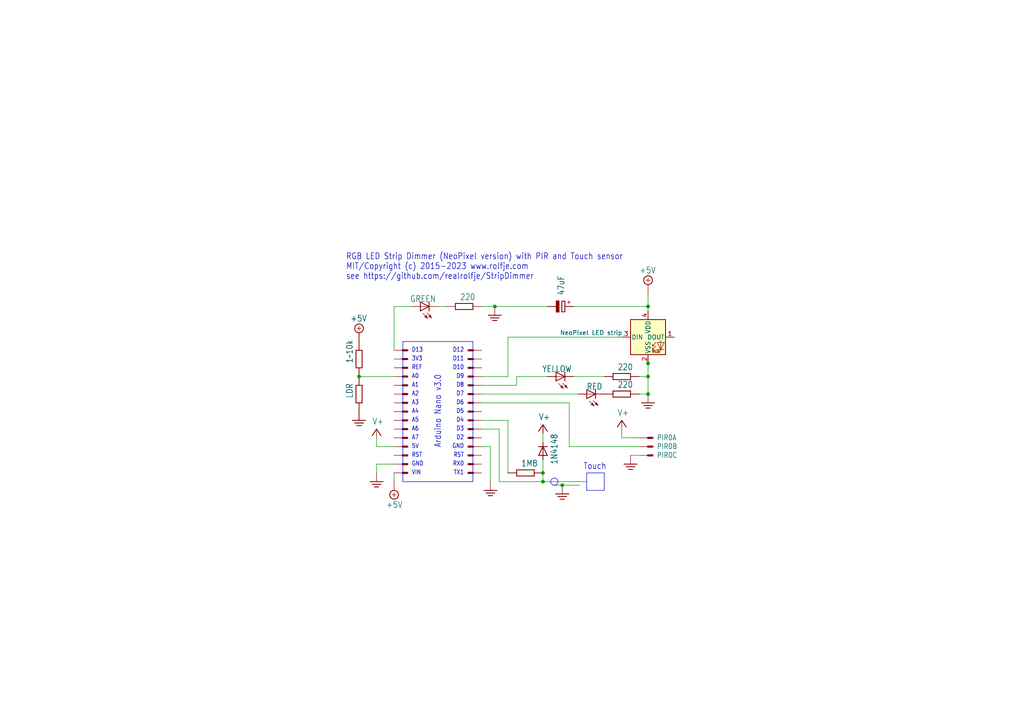
<source format=kicad_sch>
(kicad_sch (version 20230121) (generator eeschema)
  (paper "A4")
  (lib_symbols
    (symbol "+12V_1" (power)
      (property "Value" "+12V_1" (at -2.54 3.175 0))
      (symbol "+12V_1_1_0"
        (polyline (pts (xy -0.635 1.27) (xy 0.635 1.27)) (stroke (width 0.1524)))
        (polyline (pts (xy 0 1.905) (xy 0 0.635)) (stroke (width 0.1524)))
        (circle (center 0 1.27) (radius 1.27) (stroke (width 0.254)))
        (pin power_in line (at 0 -2.54 90) (length 2.54) (name "+12V") (number "1"))
      )
    )
    (symbol "LED:SK6805" (pin_names (offset 0.254))
      (property "Reference" "D" (at 5.08 5.715 0))
      (property "Value" "SK6805" (at 1.27 -5.715 0))
      (symbol "SK6805_0_0"
        (text "RGB" (at 2.286 -4.191 0) (effects (font (size 0.762 0.762))))
      )
      (symbol "SK6805_0_1"
        (polyline (pts (xy 1.27 -3.556) (xy 1.778 -3.556)))
        (polyline (pts (xy 1.27 -2.54) (xy 1.778 -2.54)))
        (polyline (pts (xy 4.699 -3.556) (xy 2.667 -3.556)))
        (polyline (pts (xy 2.286 -2.54) (xy 1.27 -3.556) (xy 1.27 -3.048)))
        (polyline (pts (xy 2.286 -1.524) (xy 1.27 -2.54) (xy 1.27 -2.032)))
        (polyline (pts (xy 3.683 -1.016) (xy 3.683 -3.556) (xy 3.683 -4.064)))
        (polyline (pts (xy 4.699 -1.524) (xy 2.667 -1.524) (xy 3.683 -3.556) (xy 4.699 -1.524)))
        (rectangle (start 5.08 5.08) (end -5.08 -5.08) (stroke (width 0.254)) (fill (type background)))
      )
      (symbol "SK6805_1_1"
        (pin output line (at 7.62 0 180) (length 2.54) (name "DOUT") (number "1"))
        (pin power_in line (at 0 -7.62 90) (length 2.54) (name "VSS") (number "2"))
        (pin input line (at -7.62 0 0) (length 2.54) (name "DIN") (number "3"))
        (pin power_in line (at 0 7.62 270) (length 2.54) (name "VDD") (number "4"))
      )
    )
    (symbol "RGB-LED-dimmer-eagle-import:1N4148DO35-7" (pin_numbers hide) (pin_names hide)
      (property "Value" "1N4148" (at 5.08 -2.3114 0))
      (symbol "1N4148DO35-7_1_0"
        (polyline (pts (xy -1.27 -1.27) (xy 1.27 0)) (stroke (width 0.254)))
        (polyline (pts (xy -1.27 1.27) (xy -1.27 -1.27)) (stroke (width 0.254)))
        (polyline (pts (xy 1.27 0) (xy -1.27 1.27)) (stroke (width 0.254)))
        (polyline (pts (xy 1.27 0) (xy 1.27 -1.27)) (stroke (width 0.254)))
        (polyline (pts (xy 1.27 1.27) (xy 1.27 0)) (stroke (width 0.254)))
        (pin passive line (at -2.54 0 0) (length 2.54) (name "A") (number "A"))
        (pin passive line (at 2.54 0 180) (length 2.54) (name "C") (number "C"))
      )
    )
    (symbol "RGB-LED-dimmer-eagle-import:C-GRID-03-70543"
      (property "Reference" "X" (at 2.54 -0.762 0))
      (symbol "C-GRID-03-70543_1_0"
        (polyline (pts (xy 1.27 0) (xy 0 0)) (stroke (width 0.6096)))
        (pin passive line (at -2.54 0 0) (length 2.54) (name "S") (number "1"))
      )
      (symbol "C-GRID-03-70543_2_0"
        (polyline (pts (xy 1.27 0) (xy 0 0)) (stroke (width 0.6096)))
        (pin passive line (at -2.54 0 0) (length 2.54) (name "S") (number "2"))
      )
      (symbol "C-GRID-03-70543_3_0"
        (polyline (pts (xy 1.27 0) (xy 0 0)) (stroke (width 0.6096)))
        (pin passive line (at -2.54 0 0) (length 2.54) (name "S") (number "3"))
      )
    )
    (symbol "RGB-LED-dimmer-eagle-import:C-GRID-15-70543"
      (property "Reference" "X" (at 2.54 -0.762 0))
      (symbol "C-GRID-15-70543_1_0"
        (polyline (pts (xy 1.27 0) (xy 0 0)) (stroke (width 0.6096)))
        (pin passive line (at -2.54 0 0) (length 2.54) (name "S") (number "1"))
      )
      (symbol "C-GRID-15-70543_2_0"
        (polyline (pts (xy 1.27 0) (xy 0 0)) (stroke (width 0.6096)))
        (pin passive line (at -2.54 0 0) (length 2.54) (name "S") (number "2"))
      )
      (symbol "C-GRID-15-70543_3_0"
        (polyline (pts (xy 1.27 0) (xy 0 0)) (stroke (width 0.6096)))
        (pin passive line (at -2.54 0 0) (length 2.54) (name "S") (number "3"))
      )
      (symbol "C-GRID-15-70543_4_0"
        (polyline (pts (xy 1.27 0) (xy 0 0)) (stroke (width 0.6096)))
        (pin passive line (at -2.54 0 0) (length 2.54) (name "S") (number "4"))
      )
      (symbol "C-GRID-15-70543_5_0"
        (polyline (pts (xy 1.27 0) (xy 0 0)) (stroke (width 0.6096)))
        (pin passive line (at -2.54 0 0) (length 2.54) (name "S") (number "5"))
      )
      (symbol "C-GRID-15-70543_6_0"
        (polyline (pts (xy 1.27 0) (xy 0 0)) (stroke (width 0.6096)))
        (pin passive line (at -2.54 0 0) (length 2.54) (name "S") (number "6"))
      )
      (symbol "C-GRID-15-70543_7_0"
        (polyline (pts (xy 1.27 0) (xy 0 0)) (stroke (width 0.6096)))
        (pin passive line (at -2.54 0 0) (length 2.54) (name "S") (number "7"))
      )
      (symbol "C-GRID-15-70543_8_0"
        (polyline (pts (xy 1.27 0) (xy 0 0)) (stroke (width 0.6096)))
        (pin passive line (at -2.54 0 0) (length 2.54) (name "S") (number "8"))
      )
      (symbol "C-GRID-15-70543_9_0"
        (polyline (pts (xy 1.27 0) (xy 0 0)) (stroke (width 0.6096)))
        (pin passive line (at -2.54 0 0) (length 2.54) (name "S") (number "9"))
      )
      (symbol "C-GRID-15-70543_10_0"
        (polyline (pts (xy 1.27 0) (xy 0 0)) (stroke (width 0.6096)))
        (pin passive line (at -2.54 0 0) (length 2.54) (name "S") (number "10"))
      )
      (symbol "C-GRID-15-70543_11_0"
        (polyline (pts (xy 1.27 0) (xy 0 0)) (stroke (width 0.6096)))
        (pin passive line (at -2.54 0 0) (length 2.54) (name "S") (number "11"))
      )
      (symbol "C-GRID-15-70543_12_0"
        (polyline (pts (xy 1.27 0) (xy 0 0)) (stroke (width 0.6096)))
        (pin passive line (at -2.54 0 0) (length 2.54) (name "S") (number "12"))
      )
      (symbol "C-GRID-15-70543_13_0"
        (polyline (pts (xy 1.27 0) (xy 0 0)) (stroke (width 0.6096)))
        (pin passive line (at -2.54 0 0) (length 2.54) (name "S") (number "13"))
      )
      (symbol "C-GRID-15-70543_14_0"
        (polyline (pts (xy 1.27 0) (xy 0 0)) (stroke (width 0.6096)))
        (pin passive line (at -2.54 0 0) (length 2.54) (name "S") (number "14"))
      )
      (symbol "C-GRID-15-70543_15_0"
        (polyline (pts (xy 1.27 0) (xy 0 0)) (stroke (width 0.6096)))
        (pin passive line (at -2.54 0 0) (length 2.54) (name "S") (number "15"))
      )
    )
    (symbol "RGB-LED-dimmer-eagle-import:CPOL-EUE2.5-5"
      (property "Reference" "C" (at 1.143 0.4826 0))
      (symbol "CPOL-EUE2.5-5_1_0"
        (rectangle (start -1.651 -2.54) (end 1.651 -1.651) (fill (type outline)))
        (polyline (pts (xy -1.524 -0.889) (xy 1.524 -0.889)) (stroke (width 0.254)))
        (polyline (pts (xy -1.524 0) (xy -1.524 -0.889)) (stroke (width 0.254)))
        (polyline (pts (xy -1.524 0) (xy 1.524 0)) (stroke (width 0.254)))
        (polyline (pts (xy 1.524 -0.889) (xy 1.524 0)) (stroke (width 0.254)))
        (text "+" (at -0.5842 0.4064 900) (effects (font (size 1.27 1.0795)) (justify left bottom)))
        (pin passive line (at 0 2.54 270) (length 2.54) (name "+") (number "+"))
        (pin passive line (at 0 -5.08 90) (length 2.54) (name "-") (number "-"))
      )
    )
    (symbol "RGB-LED-dimmer-eagle-import:LED5MM"
      (property "Reference" "LED" (at 3.556 -4.572 90))
      (symbol "LED5MM_1_0"
        (polyline (pts (xy -2.032 -0.762) (xy -3.429 -2.159)) (stroke (width 0.1524)))
        (polyline (pts (xy -1.905 -1.905) (xy -3.302 -3.302)) (stroke (width 0.1524)))
        (polyline (pts (xy 0 -2.54) (xy -1.27 -2.54)) (stroke (width 0.254)))
        (polyline (pts (xy 0 -2.54) (xy -1.27 0)) (stroke (width 0.254)))
        (polyline (pts (xy 0 0) (xy -1.27 0)) (stroke (width 0.254)))
        (polyline (pts (xy 0 0) (xy 0 -2.54)) (stroke (width 0.1524)))
        (polyline (pts (xy 1.27 -2.54) (xy 0 -2.54)) (stroke (width 0.254)))
        (polyline (pts (xy 1.27 0) (xy 0 -2.54)) (stroke (width 0.254)))
        (polyline (pts (xy 1.27 0) (xy 0 0)) (stroke (width 0.254)))
        (polyline (pts (xy -3.429 -2.159) (xy -3.048 -1.27) (xy -2.54 -1.778)) (stroke (width 0.1524)) (fill (type outline)))
        (polyline (pts (xy -3.302 -3.302) (xy -2.921 -2.413) (xy -2.413 -2.921)) (stroke (width 0.1524)) (fill (type outline)))
        (pin passive line (at 0 2.54 270) (length 2.54) (name "A") (number "A"))
        (pin passive line (at 0 -5.08 90) (length 2.54) (name "C") (number "K"))
      )
    )
    (symbol "RGB-LED-dimmer-eagle-import:PE" (power)
      (property "Value" "PE" (at -4.445 -4.699 0))
      (symbol "PE_1_0"
        (polyline (pts (xy -1.905 0) (xy 1.905 0)) (stroke (width 0.254)))
        (polyline (pts (xy -1.27 -0.762) (xy 1.27 -0.762)) (stroke (width 0.254)))
        (polyline (pts (xy -0.635 -1.524) (xy 0.635 -1.524)) (stroke (width 0.254)))
        (pin power_in line (at 0 2.54 270) (length 2.54) (name "PE") (number "1"))
      )
    )
    (symbol "RGB-LED-dimmer-eagle-import:R-EU_0204/7"
      (property "Reference" "R" (at -3.81 1.4986 0))
      (symbol "R-EU_0204/7_1_0"
        (polyline (pts (xy -2.54 -0.889) (xy -2.54 0.889)) (stroke (width 0.254)))
        (polyline (pts (xy -2.54 -0.889) (xy 2.54 -0.889)) (stroke (width 0.254)))
        (polyline (pts (xy 2.54 -0.889) (xy 2.54 0.889)) (stroke (width 0.254)))
        (polyline (pts (xy 2.54 0.889) (xy -2.54 0.889)) (stroke (width 0.254)))
        (pin passive line (at -5.08 0 0) (length 2.54) (name "1") (number "1"))
        (pin passive line (at 5.08 0 180) (length 2.54) (name "2") (number "2"))
      )
    )
    (symbol "RGB-LED-dimmer-eagle-import:V+" (power)
      (property "Value" "V+" (at -1.27 1.27 0))
      (symbol "V+_1_0"
        (polyline (pts (xy 0 0) (xy -1.27 -1.905)) (stroke (width 0.254)))
        (polyline (pts (xy 1.27 -1.905) (xy 0 0)) (stroke (width 0.254)))
        (pin power_in line (at 0 -2.54 90) (length 2.54) (name "V+") (number "1"))
      )
    )
  )
  (junction (at 187.96 105.41))
  (junction (at 104.14 109.22))
  (junction (at 143.51 88.9))
  (junction (at 187.96 114.3))
  (junction (at 163.068 140.716))
  (junction (at 187.96 88.9))
  (junction (at 157.48 137.16))
  (junction (at 187.96 109.22))
  (junction (at 157.48 139.7))
  (wire (pts (xy 187.96 105.41) (xy 187.96 109.22)) (stroke (width 0.1524)))
  (wire (pts (xy 114.3 134.62) (xy 109.22 134.62)) (stroke (width 0.1524)))
  (wire (pts (xy 144.78 124.46) (xy 144.78 139.7)) (stroke (width 0.1524)))
  (wire (pts (xy 127 88.9) (xy 129.54 88.9)) (stroke (width 0.1524)))
  (wire (pts (xy 180.34 127) (xy 185.42 127)) (stroke (width 0.1524)))
  (wire (pts (xy 114.3 101.6) (xy 114.3 88.9)) (stroke (width 0.1524)))
  (wire (pts (xy 139.7 121.92) (xy 147.32 121.92)) (stroke (width 0.1524)))
  (polyline (pts (xy 116.84 139.7) (xy 137.16 139.7)) (stroke (width 0.1524) (type solid)))
  (wire (pts (xy 143.51 88.9) (xy 158.75 88.9)))
  (wire (pts (xy 157.48 128.27) (xy 157.48 125.73)) (stroke (width 0.1524)))
  (wire (pts (xy 114.3 139.7) (xy 114.3 137.16)) (stroke (width 0.1524)))
  (wire (pts (xy 187.96 104.14) (xy 187.96 105.41)) (stroke (width 0.1524)))
  (wire (pts (xy 165.1 129.54) (xy 165.1 116.84)) (stroke (width 0.1524)))
  (wire (pts (xy 144.78 139.7) (xy 157.48 139.7)) (stroke (width 0.1524)))
  (wire (pts (xy 147.32 121.92) (xy 147.32 137.16)) (stroke (width 0.1524)))
  (wire (pts (xy 180.34 124.46) (xy 180.34 127)) (stroke (width 0.1524)))
  (wire (pts (xy 187.96 88.9) (xy 187.96 90.17)))
  (wire (pts (xy 157.48 139.7) (xy 170.18 139.7)) (stroke (width 0.1524)))
  (wire (pts (xy 139.7 111.76) (xy 149.86 111.76)) (stroke (width 0.1524)))
  (wire (pts (xy 163.068 140.716) (xy 168.148 140.716)) (stroke (width 0.1524)))
  (wire (pts (xy 147.32 97.79) (xy 147.32 109.22)) (stroke (width 0.1524)))
  (wire (pts (xy 157.48 133.35) (xy 157.48 137.16)) (stroke (width 0.1524)))
  (wire (pts (xy 187.96 114.3) (xy 185.42 114.3)) (stroke (width 0.1524)))
  (wire (pts (xy 160.528 140.716) (xy 163.068 140.716)) (stroke (width 0.1524)))
  (wire (pts (xy 139.7 124.46) (xy 144.78 124.46)) (stroke (width 0.1524)))
  (wire (pts (xy 149.86 109.22) (xy 158.75 109.22)) (stroke (width 0.1524)))
  (wire (pts (xy 185.42 109.22) (xy 187.96 109.22)) (stroke (width 0.1524)))
  (wire (pts (xy 166.37 88.9) (xy 187.96 88.9)))
  (wire (pts (xy 167.64 114.3) (xy 139.7 114.3)) (stroke (width 0.1524)))
  (wire (pts (xy 185.42 129.54) (xy 165.1 129.54)) (stroke (width 0.1524)))
  (wire (pts (xy 147.32 109.22) (xy 139.7 109.22)) (stroke (width 0.1524)))
  (wire (pts (xy 139.7 129.54) (xy 142.24 129.54)) (stroke (width 0.1524)))
  (wire (pts (xy 182.88 132.08) (xy 185.42 132.08)) (stroke (width 0.1524)))
  (wire (pts (xy 114.3 109.22) (xy 104.14 109.22)) (stroke (width 0.1524)))
  (wire (pts (xy 109.22 129.54) (xy 109.22 127)) (stroke (width 0.1524)))
  (polyline (pts (xy 137.16 139.7) (xy 137.16 99.06)) (stroke (width 0.1524) (type solid)))
  (wire (pts (xy 114.3 88.9) (xy 119.38 88.9)) (stroke (width 0.1524)))
  (wire (pts (xy 109.22 134.62) (xy 109.22 137.16)) (stroke (width 0.1524)))
  (wire (pts (xy 187.96 105.41) (xy 187.96 104.14)))
  (wire (pts (xy 142.24 129.54) (xy 142.24 139.7)) (stroke (width 0.1524)))
  (wire (pts (xy 166.37 109.22) (xy 175.26 109.22)) (stroke (width 0.1524)))
  (wire (pts (xy 187.96 85.09) (xy 187.96 88.9)))
  (polyline (pts (xy 116.84 99.06) (xy 116.84 139.7)) (stroke (width 0.1524) (type solid)))
  (wire (pts (xy 187.96 109.22) (xy 187.96 114.3)) (stroke (width 0.1524)))
  (wire (pts (xy 139.7 88.9) (xy 143.51 88.9)) (stroke (width 0.1524)))
  (wire (pts (xy 149.86 111.76) (xy 149.86 109.22)) (stroke (width 0.1524)))
  (wire (pts (xy 114.3 129.54) (xy 109.22 129.54)) (stroke (width 0.1524)))
  (wire (pts (xy 147.32 97.79) (xy 180.34 97.79)) (stroke (width 0.1524)))
  (wire (pts (xy 165.1 116.84) (xy 139.7 116.84)) (stroke (width 0.1524)))
  (wire (pts (xy 157.48 139.7) (xy 157.48 137.16)) (stroke (width 0.1524)))
  (polyline (pts (xy 137.16 99.06) (xy 116.84 99.06)) (stroke (width 0.1524) (type solid)))
  (rectangle (start 170.18 142.24) (end 175.26 137.16) (fill (type outline)))
  (circle (center 160.782 139.7) (radius 1.0472) (stroke (width 0.1524)))
  (text "RST" (at 134.62 132.08 0) (effects (font (size 1.27 1.0795)) (justify right)))
  (text "5V" (at 119.38 129.54 0) (effects (font (size 1.27 1.0795)) (justify left)))
  (text "D6" (at 134.62 116.84 0) (effects (font (size 1.27 1.0795)) (justify right)))
  (text "D7" (at 134.62 114.3 0) (effects (font (size 1.27 1.0795)) (justify right)))
  (text "D11" (at 134.62 104.14 0) (effects (font (size 1.27 1.0795)) (justify right)))
  (text "D10" (at 134.62 106.68 0) (effects (font (size 1.27 1.0795)) (justify right)))
  (text "D12" (at 134.62 101.6 0) (effects (font (size 1.27 1.0795)) (justify right)))
  (text "GND" (at 119.38 134.62 0) (effects (font (size 1.27 1.0795)) (justify left)))
  (text "RGB LED Strip Dimmer (NeoPixel version) with PIR and Touch sensor\nMIT/Copyright (c) 2015-2023 www.rolfje.com\nsee https://github.com/realrolfje/StripDimmer" (at 100.33 81.28 0) (effects (font (size 1.778 1.5113)) (justify left bottom)))
  (text "RX0" (at 134.62 134.62 0) (effects (font (size 1.27 1.0795)) (justify right)))
  (text "D3" (at 134.62 124.46 0) (effects (font (size 1.27 1.0795)) (justify right)))
  (text "Arduino Nano v3.0" (at 127 119.38 90) (effects (font (size 1.778 1.5113))))
  (text "D8" (at 134.62 111.76 0) (effects (font (size 1.27 1.0795)) (justify right)))
  (text "REF" (at 119.38 106.68 0) (effects (font (size 1.27 1.0795)) (justify left)))
  (text "GND" (at 134.62 129.54 0) (effects (font (size 1.27 1.0795)) (justify right)))
  (text "D5" (at 134.62 119.38 0) (effects (font (size 1.27 1.0795)) (justify right)))
  (text "A7" (at 119.38 127 0) (effects (font (size 1.27 1.0795)) (justify left)))
  (text "A2" (at 119.38 114.3 0) (effects (font (size 1.27 1.0795)) (justify left)))
  (text "A4" (at 119.38 119.38 0) (effects (font (size 1.27 1.0795)) (justify left)))
  (text "VIN" (at 119.38 137.16 0) (effects (font (size 1.27 1.0795)) (justify left)))
  (text "D4" (at 134.62 121.92 0) (effects (font (size 1.27 1.0795)) (justify right)))
  (text "A1" (at 119.38 111.76 0) (effects (font (size 1.27 1.0795)) (justify left)))
  (text "RST" (at 119.38 132.08 0) (effects (font (size 1.27 1.0795)) (justify left)))
  (text "D13" (at 119.38 101.6 0) (effects (font (size 1.27 1.0795)) (justify left)))
  (text "D9" (at 134.62 109.22 0) (effects (font (size 1.27 1.0795)) (justify right)))
  (text "A3" (at 119.38 116.84 0) (effects (font (size 1.27 1.0795)) (justify left)))
  (text "D2" (at 134.62 127 0) (effects (font (size 1.27 1.0795)) (justify right)))
  (text "3V3" (at 119.38 104.14 0) (effects (font (size 1.27 1.0795)) (justify left)))
  (text "A0" (at 119.38 109.22 0) (effects (font (size 1.27 1.0795)) (justify left)))
  (text "Touch" (at 169.164 136.398 0) (effects (font (size 1.778 1.5113)) (justify left bottom)))
  (text "A6" (at 119.38 124.46 0) (effects (font (size 1.27 1.0795)) (justify left)))
  (text "A5" (at 119.38 121.92 0) (effects (font (size 1.27 1.0795)) (justify left)))
  (text "TX1" (at 134.62 137.16 0) (effects (font (size 1.27 1.0795)) (justify right)))
  (symbol (lib_id "RGB-LED-dimmer-eagle-import:C-GRID-15-70543") (at 116.84 121.92 0) (unit 9)
    (property "Reference" "A0" (effects hide))
    (property "Value" "C-GRID-15-70543" (effects hide))
    (property "Footprint" "RGB-LED-dimmer:70543-15" (effects hide))
  )
  (symbol (lib_id "LED:SK6805") (at 187.96 97.79 0) (unit 1)
    (property "Reference" "D2" (effects hide))
    (property "Value" "NeoPixel LED strip" (at 171.45 96.52 0))
    (property "Footprint" "LED_SMD:LED_SK6805_PLCC4_2.4x2.7mm_P1.3mm" (effects hide))
    (property "Datasheet" "https://cdn-shop.adafruit.com/product-files/3484/3484_Datasheet.pdf" (effects hide))
  )
  (symbol (lib_id "RGB-LED-dimmer-eagle-import:PE") (at 109.22 139.7 0) (unit 1)
    (property "Reference" "#SUPPLY6" (effects hide))
    (property "Value" "PE" (effects hide))
  )
  (symbol (lib_id "RGB-LED-dimmer-eagle-import:PE") (at 182.88 134.62 0) (unit 1)
    (property "Reference" "#SUPPLY11" (effects hide))
    (property "Value" "PE" (effects hide))
  )
  (symbol (lib_id "RGB-LED-dimmer-eagle-import:C-GRID-15-70543") (at 137.16 129.54 0) (mirror y) (unit 12)
    (property "Reference" "B0" (effects hide))
    (property "Value" "C-GRID-15-70543" (effects hide))
    (property "Footprint" "RGB-LED-dimmer:70543-15" (effects hide))
  )
  (symbol (lib_id "RGB-LED-dimmer-eagle-import:C-GRID-15-70543") (at 137.16 101.6 0) (mirror y) (unit 1)
    (property "Reference" "B0" (effects hide))
    (property "Value" "C-GRID-15-70543" (effects hide))
    (property "Footprint" "RGB-LED-dimmer:70543-15" (effects hide))
  )
  (symbol (lib_name "+12V_1") (lib_id "RGB-LED-dimmer-eagle-import:+12V") (at 187.96 82.55 0) (unit 1)
    (property "Reference" "#SUPPLY1" (effects hide))
    (property "Value" "+5V" (at 185.42 79.375 0) (effects (font (size 1.778 1.5113)) (justify left bottom)))
  )
  (symbol (lib_id "RGB-LED-dimmer-eagle-import:LED5MM") (at 121.92 88.9 90) (unit 1)
    (property "Reference" "LED3" (effects hide))
    (property "Value" "GREEN" (at 126.492 85.725 90) (effects (font (size 1.778 1.5113)) (justify left bottom)))
    (property "Footprint" "RGB-LED-dimmer:LED5MM" (effects hide))
  )
  (symbol (lib_id "RGB-LED-dimmer-eagle-import:PE") (at 104.14 121.92 0) (unit 1)
    (property "Reference" "#SUPPLY14" (effects hide))
    (property "Value" "PE" (effects hide))
  )
  (symbol (lib_id "RGB-LED-dimmer-eagle-import:V+") (at 109.22 124.46 0) (unit 1)
    (property "Reference" "#SUPPLY7" (effects hide))
    (property "Value" "V+" (at 107.95 123.19 0) (effects (font (size 1.778 1.5113)) (justify left bottom)))
  )
  (symbol (lib_id "RGB-LED-dimmer-eagle-import:PE") (at 163.068 143.256 0) (unit 1)
    (property "Reference" "#SUPPLY5" (effects hide))
    (property "Value" "PE" (effects hide))
  )
  (symbol (lib_id "RGB-LED-dimmer-eagle-import:C-GRID-15-70543") (at 137.16 111.76 0) (mirror y) (unit 5)
    (property "Reference" "B0" (effects hide))
    (property "Value" "C-GRID-15-70543" (effects hide))
    (property "Footprint" "RGB-LED-dimmer:70543-15" (effects hide))
  )
  (symbol (lib_id "RGB-LED-dimmer-eagle-import:R-EU_0204/7") (at 104.14 104.14 90) (unit 1)
    (property "Reference" "R5" (effects hide))
    (property "Value" "1~10k" (at 102.362 105.41 0) (effects (font (size 1.778 1.5113)) (justify left bottom)))
    (property "Footprint" "RGB-LED-dimmer:0204_7" (effects hide))
  )
  (symbol (lib_id "RGB-LED-dimmer-eagle-import:C-GRID-15-70543") (at 116.84 116.84 0) (unit 7)
    (property "Reference" "A0" (effects hide))
    (property "Value" "C-GRID-15-70543" (effects hide))
    (property "Footprint" "RGB-LED-dimmer:70543-15" (effects hide))
  )
  (symbol (lib_id "RGB-LED-dimmer-eagle-import:R-EU_0204/7") (at 180.34 109.22 0) (unit 1)
    (property "Reference" "R2" (effects hide))
    (property "Value" "220" (at 179.07 107.442 0) (effects (font (size 1.778 1.5113)) (justify left bottom)))
    (property "Footprint" "RGB-LED-dimmer:0204_7" (effects hide))
  )
  (symbol (lib_id "RGB-LED-dimmer-eagle-import:LED5MM") (at 170.18 114.3 90) (unit 1)
    (property "Reference" "LED2" (effects hide))
    (property "Value" "RED" (at 174.752 111.125 90) (effects (font (size 1.778 1.5113)) (justify left bottom)))
    (property "Footprint" "RGB-LED-dimmer:LED5MM" (effects hide))
  )
  (symbol (lib_id "RGB-LED-dimmer-eagle-import:C-GRID-15-70543") (at 137.16 134.62 0) (mirror y) (unit 14)
    (property "Reference" "B0" (effects hide))
    (property "Value" "C-GRID-15-70543" (effects hide))
    (property "Footprint" "RGB-LED-dimmer:70543-15" (effects hide))
  )
  (symbol (lib_id "RGB-LED-dimmer-eagle-import:C-GRID-15-70543") (at 137.16 109.22 0) (mirror y) (unit 4)
    (property "Reference" "B0" (effects hide))
    (property "Value" "C-GRID-15-70543" (effects hide))
    (property "Footprint" "RGB-LED-dimmer:70543-15" (effects hide))
  )
  (symbol (lib_id "RGB-LED-dimmer-eagle-import:C-GRID-15-70543") (at 137.16 124.46 0) (mirror y) (unit 10)
    (property "Reference" "B0" (effects hide))
    (property "Value" "C-GRID-15-70543" (effects hide))
    (property "Footprint" "RGB-LED-dimmer:70543-15" (effects hide))
  )
  (symbol (lib_id "RGB-LED-dimmer-eagle-import:C-GRID-15-70543") (at 116.84 132.08 0) (unit 13)
    (property "Reference" "A0" (effects hide))
    (property "Value" "C-GRID-15-70543" (effects hide))
    (property "Footprint" "RGB-LED-dimmer:70543-15" (effects hide))
  )
  (symbol (lib_id "RGB-LED-dimmer-eagle-import:C-GRID-03-70543") (at 187.96 129.54 0) (unit 2)
    (property "Reference" "PIR0" (at 190.5 130.302 0) (effects (font (size 1.524 1.2954)) (justify left bottom)))
    (property "Value" "C-GRID-03-70543" (effects hide))
    (property "Footprint" "RGB-LED-dimmer:70543-03" (effects hide))
  )
  (symbol (lib_id "RGB-LED-dimmer-eagle-import:C-GRID-15-70543") (at 116.84 137.16 0) (unit 15)
    (property "Reference" "A0" (effects hide))
    (property "Value" "C-GRID-15-70543" (effects hide))
    (property "Footprint" "RGB-LED-dimmer:70543-15" (effects hide))
  )
  (symbol (lib_id "RGB-LED-dimmer-eagle-import:C-GRID-15-70543") (at 116.84 134.62 0) (unit 14)
    (property "Reference" "A0" (effects hide))
    (property "Value" "C-GRID-15-70543" (effects hide))
    (property "Footprint" "RGB-LED-dimmer:70543-15" (effects hide))
  )
  (symbol (lib_id "RGB-LED-dimmer-eagle-import:C-GRID-15-70543") (at 137.16 121.92 0) (mirror y) (unit 9)
    (property "Reference" "B0" (effects hide))
    (property "Value" "C-GRID-15-70543" (effects hide))
    (property "Footprint" "RGB-LED-dimmer:70543-15" (effects hide))
  )
  (symbol (lib_id "RGB-LED-dimmer-eagle-import:C-GRID-15-70543") (at 116.84 129.54 0) (unit 12)
    (property "Reference" "A0" (effects hide))
    (property "Value" "C-GRID-15-70543" (effects hide))
    (property "Footprint" "RGB-LED-dimmer:70543-15" (effects hide))
  )
  (symbol (lib_id "RGB-LED-dimmer-eagle-import:C-GRID-15-70543") (at 137.16 127 0) (mirror y) (unit 11)
    (property "Reference" "B0" (effects hide))
    (property "Value" "C-GRID-15-70543" (effects hide))
    (property "Footprint" "RGB-LED-dimmer:70543-15" (effects hide))
  )
  (symbol (lib_id "RGB-LED-dimmer-eagle-import:PE") (at 187.96 116.84 0) (unit 1)
    (property "Reference" "#SUPPLY9" (effects hide))
    (property "Value" "PE" (effects hide))
  )
  (symbol (lib_name "+12V_1") (lib_id "RGB-LED-dimmer-eagle-import:+12V") (at 114.3 142.24 180) (unit 1)
    (property "Reference" "#SUPPLY012" (effects hide))
    (property "Value" "+5V" (at 116.84 145.415 0) (effects (font (size 1.778 1.5113)) (justify left bottom)))
  )
  (symbol (lib_id "RGB-LED-dimmer-eagle-import:C-GRID-15-70543") (at 116.84 106.68 0) (unit 3)
    (property "Reference" "A0" (effects hide))
    (property "Value" "C-GRID-15-70543" (effects hide))
    (property "Footprint" "RGB-LED-dimmer:70543-15" (effects hide))
  )
  (symbol (lib_id "RGB-LED-dimmer-eagle-import:V+") (at 157.48 123.19 0) (unit 1)
    (property "Reference" "#SUPPLY8" (effects hide))
    (property "Value" "V+" (at 156.21 121.92 0) (effects (font (size 1.778 1.5113)) (justify left bottom)))
  )
  (symbol (lib_id "RGB-LED-dimmer-eagle-import:PE") (at 143.51 91.44 0) (unit 1)
    (property "Reference" "#SUPPLY13" (effects hide))
    (property "Value" "PE" (effects hide))
  )
  (symbol (lib_id "RGB-LED-dimmer-eagle-import:C-GRID-03-70543") (at 187.96 127 0) (unit 1)
    (property "Reference" "PIR0" (at 190.5 127.762 0) (effects (font (size 1.524 1.2954)) (justify left bottom)))
    (property "Value" "C-GRID-03-70543" (effects hide))
    (property "Footprint" "RGB-LED-dimmer:70543-03" (effects hide))
  )
  (symbol (lib_id "RGB-LED-dimmer-eagle-import:C-GRID-15-70543") (at 116.84 111.76 0) (unit 5)
    (property "Reference" "A0" (effects hide))
    (property "Value" "C-GRID-15-70543" (effects hide))
    (property "Footprint" "RGB-LED-dimmer:70543-15" (effects hide))
  )
  (symbol (lib_id "RGB-LED-dimmer-eagle-import:C-GRID-15-70543") (at 137.16 137.16 0) (mirror y) (unit 15)
    (property "Reference" "B0" (effects hide))
    (property "Value" "C-GRID-15-70543" (effects hide))
    (property "Footprint" "RGB-LED-dimmer:70543-15" (effects hide))
  )
  (symbol (lib_name "+12V_1") (lib_id "RGB-LED-dimmer-eagle-import:+12V") (at 104.14 96.52 0) (unit 1)
    (property "Reference" "#SUPPLY02" (effects hide))
    (property "Value" "+5V" (at 101.6 93.345 0) (effects (font (size 1.778 1.5113)) (justify left bottom)))
  )
  (symbol (lib_id "RGB-LED-dimmer-eagle-import:C-GRID-15-70543") (at 116.84 114.3 0) (unit 6)
    (property "Reference" "A0" (effects hide))
    (property "Value" "C-GRID-15-70543" (effects hide))
    (property "Footprint" "RGB-LED-dimmer:70543-15" (effects hide))
  )
  (symbol (lib_id "RGB-LED-dimmer-eagle-import:C-GRID-15-70543") (at 116.84 127 0) (unit 11)
    (property "Reference" "A0" (effects hide))
    (property "Value" "C-GRID-15-70543" (effects hide))
    (property "Footprint" "RGB-LED-dimmer:70543-15" (effects hide))
  )
  (symbol (lib_id "RGB-LED-dimmer-eagle-import:CPOL-EUE2.5-5") (at 163.83 88.9 270) (unit 1)
    (property "Reference" "C1" (effects hide))
    (property "Value" "47uF" (at 161.7726 79.883 0) (effects (font (size 1.778 1.5113)) (justify left bottom)))
    (property "Footprint" "RGB-LED-dimmer:E2,5-5" (effects hide))
  )
  (symbol (lib_id "RGB-LED-dimmer-eagle-import:C-GRID-15-70543") (at 137.16 119.38 0) (mirror y) (unit 8)
    (property "Reference" "B0" (effects hide))
    (property "Value" "C-GRID-15-70543" (effects hide))
    (property "Footprint" "RGB-LED-dimmer:70543-15" (effects hide))
  )
  (symbol (lib_id "RGB-LED-dimmer-eagle-import:LED5MM") (at 161.29 109.22 90) (unit 1)
    (property "Reference" "LED1" (effects hide))
    (property "Value" "YELLOW" (at 165.862 106.045 90) (effects (font (size 1.778 1.5113)) (justify left bottom)))
    (property "Footprint" "RGB-LED-dimmer:LED5MM" (effects hide))
  )
  (symbol (lib_id "RGB-LED-dimmer-eagle-import:C-GRID-15-70543") (at 116.84 124.46 0) (unit 10)
    (property "Reference" "A0" (effects hide))
    (property "Value" "C-GRID-15-70543" (effects hide))
    (property "Footprint" "RGB-LED-dimmer:70543-15" (effects hide))
  )
  (symbol (lib_id "RGB-LED-dimmer-eagle-import:R-EU_0204/7") (at 152.4 137.16 0) (unit 1)
    (property "Reference" "R1" (effects hide))
    (property "Value" "1M8" (at 151.13 135.382 0) (effects (font (size 1.778 1.5113)) (justify left bottom)))
    (property "Footprint" "RGB-LED-dimmer:0204_7" (effects hide))
  )
  (symbol (lib_id "RGB-LED-dimmer-eagle-import:1N4148DO35-7") (at 157.48 130.81 90) (unit 1)
    (property "Reference" "D1" (effects hide))
    (property "Value" "1N4148" (at 159.7914 125.73 0) (effects (font (size 1.778 1.5113)) (justify right top)))
    (property "Footprint" "RGB-LED-dimmer:DO35-7" (effects hide))
  )
  (symbol (lib_id "RGB-LED-dimmer-eagle-import:C-GRID-15-70543") (at 116.84 109.22 0) (unit 4)
    (property "Reference" "A0" (effects hide))
    (property "Value" "C-GRID-15-70543" (effects hide))
    (property "Footprint" "RGB-LED-dimmer:70543-15" (effects hide))
  )
  (symbol (lib_id "RGB-LED-dimmer-eagle-import:C-GRID-15-70543") (at 116.84 104.14 0) (unit 2)
    (property "Reference" "A0" (effects hide))
    (property "Value" "C-GRID-15-70543" (effects hide))
    (property "Footprint" "RGB-LED-dimmer:70543-15" (effects hide))
  )
  (symbol (lib_id "RGB-LED-dimmer-eagle-import:C-GRID-03-70543") (at 187.96 132.08 0) (unit 3)
    (property "Reference" "PIR0" (at 190.5 132.842 0) (effects (font (size 1.524 1.2954)) (justify left bottom)))
    (property "Value" "C-GRID-03-70543" (effects hide))
    (property "Footprint" "RGB-LED-dimmer:70543-03" (effects hide))
  )
  (symbol (lib_id "RGB-LED-dimmer-eagle-import:PE") (at 142.24 142.24 0) (unit 1)
    (property "Reference" "#SUPPLY4" (effects hide))
    (property "Value" "PE" (effects hide))
  )
  (symbol (lib_id "RGB-LED-dimmer-eagle-import:R-EU_0204/7") (at 180.34 114.3 0) (unit 1)
    (property "Reference" "R3" (effects hide))
    (property "Value" "220" (at 179.07 112.522 0) (effects (font (size 1.778 1.5113)) (justify left bottom)))
    (property "Footprint" "RGB-LED-dimmer:0204_7" (effects hide))
  )
  (symbol (lib_id "RGB-LED-dimmer-eagle-import:C-GRID-15-70543") (at 116.84 101.6 0) (unit 1)
    (property "Reference" "A0" (effects hide))
    (property "Value" "C-GRID-15-70543" (effects hide))
    (property "Footprint" "RGB-LED-dimmer:70543-15" (effects hide))
  )
  (symbol (lib_id "RGB-LED-dimmer-eagle-import:V+") (at 180.34 121.92 0) (unit 1)
    (property "Reference" "#SUPPLY10" (effects hide))
    (property "Value" "V+" (at 179.07 120.65 0) (effects (font (size 1.778 1.5113)) (justify left bottom)))
  )
  (symbol (lib_id "RGB-LED-dimmer-eagle-import:R-EU_0204/7") (at 134.62 88.9 0) (unit 1)
    (property "Reference" "R4" (effects hide))
    (property "Value" "220" (at 133.35 87.122 0) (effects (font (size 1.778 1.5113)) (justify left bottom)))
    (property "Footprint" "RGB-LED-dimmer:0204_7" (effects hide))
  )
  (symbol (lib_id "RGB-LED-dimmer-eagle-import:C-GRID-15-70543") (at 137.16 104.14 0) (mirror y) (unit 2)
    (property "Reference" "B0" (effects hide))
    (property "Value" "C-GRID-15-70543" (effects hide))
    (property "Footprint" "RGB-LED-dimmer:70543-15" (effects hide))
  )
  (symbol (lib_id "RGB-LED-dimmer-eagle-import:R-EU_0204/7") (at 104.14 114.3 90) (unit 1)
    (property "Reference" "LDR0" (effects hide))
    (property "Value" "LDR" (at 102.362 115.57 0) (effects (font (size 1.778 1.5113)) (justify left bottom)))
    (property "Footprint" "RGB-LED-dimmer:0204_7" (effects hide))
  )
  (symbol (lib_id "RGB-LED-dimmer-eagle-import:C-GRID-15-70543") (at 137.16 116.84 0) (mirror y) (unit 7)
    (property "Reference" "B0" (effects hide))
    (property "Value" "C-GRID-15-70543" (effects hide))
    (property "Footprint" "RGB-LED-dimmer:70543-15" (effects hide))
  )
  (symbol (lib_id "RGB-LED-dimmer-eagle-import:C-GRID-15-70543") (at 116.84 119.38 0) (unit 8)
    (property "Reference" "A0" (effects hide))
    (property "Value" "C-GRID-15-70543" (effects hide))
    (property "Footprint" "RGB-LED-dimmer:70543-15" (effects hide))
  )
  (symbol (lib_id "RGB-LED-dimmer-eagle-import:C-GRID-15-70543") (at 137.16 106.68 0) (mirror y) (unit 3)
    (property "Reference" "B0" (effects hide))
    (property "Value" "C-GRID-15-70543" (effects hide))
    (property "Footprint" "RGB-LED-dimmer:70543-15" (effects hide))
  )
  (symbol (lib_id "RGB-LED-dimmer-eagle-import:C-GRID-15-70543") (at 137.16 132.08 0) (mirror y) (unit 13)
    (property "Reference" "B0" (effects hide))
    (property "Value" "C-GRID-15-70543" (effects hide))
    (property "Footprint" "RGB-LED-dimmer:70543-15" (effects hide))
  )
  (symbol (lib_id "RGB-LED-dimmer-eagle-import:C-GRID-15-70543") (at 137.16 114.3 0) (mirror y) (unit 6)
    (property "Reference" "B0" (effects hide))
    (property "Value" "C-GRID-15-70543" (effects hide))
    (property "Footprint" "RGB-LED-dimmer:70543-15" (effects hide))
  )
)
</source>
